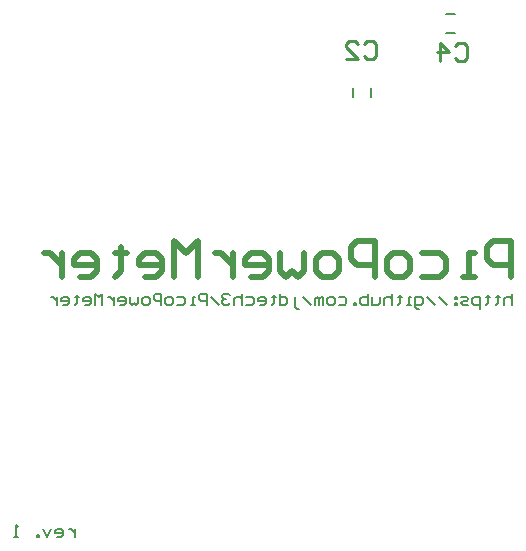
<source format=gbo>
G04*
G04 #@! TF.GenerationSoftware,Altium Limited,Altium Designer,23.1.1 (15)*
G04*
G04 Layer_Color=32896*
%FSLAX25Y25*%
%MOIN*%
G70*
G04*
G04 #@! TF.SameCoordinates,D35DB840-2654-421D-A1CD-60E11C52D8AA*
G04*
G04*
G04 #@! TF.FilePolarity,Positive*
G04*
G01*
G75*
%ADD10C,0.00787*%
%ADD14C,0.01000*%
%ADD34C,0.02000*%
%ADD48C,0.00602*%
D10*
X254134Y383858D02*
X256890D01*
X254134Y377559D02*
X256890D01*
X229134Y356496D02*
Y359252D01*
X222835Y356496D02*
Y359252D01*
X130213Y212411D02*
Y209787D01*
Y211099D01*
X129557Y211755D01*
X128901Y212411D01*
X128245D01*
X124309Y209787D02*
X125621D01*
X126277Y210443D01*
Y211755D01*
X125621Y212411D01*
X124309D01*
X123653Y211755D01*
Y211099D01*
X126277D01*
X122341Y212411D02*
X121029Y209787D01*
X119717Y212411D01*
X118405Y209787D02*
Y210443D01*
X117749D01*
Y209787D01*
X118405D01*
X111190D02*
X109878D01*
X110534D01*
Y213723D01*
X111190Y213067D01*
D14*
X256905Y373259D02*
X257905Y374259D01*
X259904D01*
X260904Y373259D01*
Y369261D01*
X259904Y368261D01*
X257905D01*
X256905Y369261D01*
X251907Y368261D02*
Y374259D01*
X254906Y371260D01*
X250907D01*
X226590Y374047D02*
X227590Y375046D01*
X229589D01*
X230589Y374047D01*
Y370048D01*
X229589Y369048D01*
X227590D01*
X226590Y370048D01*
X220592Y369048D02*
X224591D01*
X220592Y373047D01*
Y374047D01*
X221592Y375046D01*
X223591D01*
X224591Y374047D01*
D34*
X275500Y296500D02*
Y308307D01*
X269596D01*
X267629Y306339D01*
Y302404D01*
X269596Y300436D01*
X275500D01*
X263693Y296500D02*
X259757D01*
X261725D01*
Y304372D01*
X263693D01*
X245982D02*
X251886D01*
X253854Y302404D01*
Y298468D01*
X251886Y296500D01*
X245982D01*
X240078D02*
X236143D01*
X234175Y298468D01*
Y302404D01*
X236143Y304372D01*
X240078D01*
X242046Y302404D01*
Y298468D01*
X240078Y296500D01*
X230239D02*
Y308307D01*
X224336D01*
X222368Y306339D01*
Y302404D01*
X224336Y300436D01*
X230239D01*
X216464Y296500D02*
X212528D01*
X210560Y298468D01*
Y302404D01*
X212528Y304372D01*
X216464D01*
X218432Y302404D01*
Y298468D01*
X216464Y296500D01*
X206625Y304372D02*
Y298468D01*
X204657Y296500D01*
X202689Y298468D01*
X200721Y296500D01*
X198753Y298468D01*
Y304372D01*
X188914Y296500D02*
X192850D01*
X194817Y298468D01*
Y302404D01*
X192850Y304372D01*
X188914D01*
X186946Y302404D01*
Y300436D01*
X194817D01*
X183010Y304372D02*
Y296500D01*
Y300436D01*
X181042Y302404D01*
X179075Y304372D01*
X177107D01*
X171203Y296500D02*
Y308307D01*
X167267Y304372D01*
X163332Y308307D01*
Y296500D01*
X153492D02*
X157428D01*
X159396Y298468D01*
Y302404D01*
X157428Y304372D01*
X153492D01*
X151524Y302404D01*
Y300436D01*
X159396D01*
X145621Y306339D02*
Y304372D01*
X147589D01*
X143653D01*
X145621D01*
Y298468D01*
X143653Y296500D01*
X131846D02*
X135781D01*
X137749Y298468D01*
Y302404D01*
X135781Y304372D01*
X131846D01*
X129878Y302404D01*
Y300436D01*
X137749D01*
X125942Y304372D02*
Y296500D01*
Y300436D01*
X123974Y302404D01*
X122006Y304372D01*
X120038D01*
D48*
X275898Y290850D02*
Y286914D01*
Y288882D01*
X275242Y289538D01*
X273930D01*
X273274Y288882D01*
Y286914D01*
X271306Y290194D02*
Y289538D01*
X271962D01*
X270650D01*
X271306D01*
Y287570D01*
X270650Y286914D01*
X268026Y290194D02*
Y289538D01*
X268682D01*
X267370D01*
X268026D01*
Y287570D01*
X267370Y286914D01*
X265402Y285602D02*
Y289538D01*
X263435D01*
X262778Y288882D01*
Y287570D01*
X263435Y286914D01*
X265402D01*
X261467D02*
X259499D01*
X258843Y287570D01*
X259499Y288226D01*
X260811D01*
X261467Y288882D01*
X260811Y289538D01*
X258843D01*
X257531D02*
X256875D01*
Y288882D01*
X257531D01*
Y289538D01*
Y287570D02*
X256875D01*
Y286914D01*
X257531D01*
Y287570D01*
X254251Y286914D02*
X251627Y289538D01*
X250315Y286914D02*
X247691Y289538D01*
X245068Y285602D02*
X244412D01*
X243756Y286258D01*
Y289538D01*
X245724D01*
X246380Y288882D01*
Y287570D01*
X245724Y286914D01*
X243756D01*
X242444D02*
X241132D01*
X241788D01*
Y289538D01*
X242444D01*
X238508Y290194D02*
Y289538D01*
X239164D01*
X237852D01*
X238508D01*
Y287570D01*
X237852Y286914D01*
X235884Y290850D02*
Y286914D01*
Y288882D01*
X235228Y289538D01*
X233916D01*
X233260Y288882D01*
Y286914D01*
X231949Y289538D02*
Y287570D01*
X231293Y286914D01*
X229325D01*
Y289538D01*
X228013Y290850D02*
Y286914D01*
X226045D01*
X225389Y287570D01*
Y288226D01*
Y288882D01*
X226045Y289538D01*
X228013D01*
X224077Y286914D02*
Y287570D01*
X223421D01*
Y286914D01*
X224077D01*
X218174Y289538D02*
X220141D01*
X220797Y288882D01*
Y287570D01*
X220141Y286914D01*
X218174D01*
X216206D02*
X214894D01*
X214238Y287570D01*
Y288882D01*
X214894Y289538D01*
X216206D01*
X216862Y288882D01*
Y287570D01*
X216206Y286914D01*
X212926D02*
Y289538D01*
X212270D01*
X211614Y288882D01*
Y286914D01*
Y288882D01*
X210958Y289538D01*
X210302Y288882D01*
Y286914D01*
X208990D02*
X206366Y289538D01*
X205054Y285602D02*
X204398D01*
X203742Y286258D01*
Y289538D01*
X198495Y290850D02*
Y286914D01*
X200463D01*
X201119Y287570D01*
Y288882D01*
X200463Y289538D01*
X198495D01*
X196527Y290194D02*
Y289538D01*
X197183D01*
X195871D01*
X196527D01*
Y287570D01*
X195871Y286914D01*
X191935D02*
X193247D01*
X193903Y287570D01*
Y288882D01*
X193247Y289538D01*
X191935D01*
X191279Y288882D01*
Y288226D01*
X193903D01*
X187344Y289538D02*
X189311D01*
X189967Y288882D01*
Y287570D01*
X189311Y286914D01*
X187344D01*
X186032Y290850D02*
Y286914D01*
Y288882D01*
X185376Y289538D01*
X184064D01*
X183408Y288882D01*
Y286914D01*
X182096Y290194D02*
X181440Y290850D01*
X180128D01*
X179472Y290194D01*
Y289538D01*
X180128Y288882D01*
X180784D01*
X180128D01*
X179472Y288226D01*
Y287570D01*
X180128Y286914D01*
X181440D01*
X182096Y287570D01*
X178160Y286914D02*
X175536Y289538D01*
X174224Y286914D02*
Y290850D01*
X172257D01*
X171601Y290194D01*
Y288882D01*
X172257Y288226D01*
X174224D01*
X170289Y286914D02*
X168977D01*
X169633D01*
Y289538D01*
X170289D01*
X164385D02*
X166353D01*
X167009Y288882D01*
Y287570D01*
X166353Y286914D01*
X164385D01*
X162417D02*
X161105D01*
X160449Y287570D01*
Y288882D01*
X161105Y289538D01*
X162417D01*
X163073Y288882D01*
Y287570D01*
X162417Y286914D01*
X159137D02*
Y290850D01*
X157169D01*
X156514Y290194D01*
Y288882D01*
X157169Y288226D01*
X159137D01*
X154546Y286914D02*
X153234D01*
X152578Y287570D01*
Y288882D01*
X153234Y289538D01*
X154546D01*
X155202Y288882D01*
Y287570D01*
X154546Y286914D01*
X151266Y289538D02*
Y287570D01*
X150610Y286914D01*
X149954Y287570D01*
X149298Y286914D01*
X148642Y287570D01*
Y289538D01*
X145362Y286914D02*
X146674D01*
X147330Y287570D01*
Y288882D01*
X146674Y289538D01*
X145362D01*
X144706Y288882D01*
Y288226D01*
X147330D01*
X143394Y289538D02*
Y286914D01*
Y288226D01*
X142738Y288882D01*
X142083Y289538D01*
X141427D01*
X139459Y286914D02*
Y290850D01*
X138147Y289538D01*
X136835Y290850D01*
Y286914D01*
X133555D02*
X134867D01*
X135523Y287570D01*
Y288882D01*
X134867Y289538D01*
X133555D01*
X132899Y288882D01*
Y288226D01*
X135523D01*
X130931Y290194D02*
Y289538D01*
X131587D01*
X130275D01*
X130931D01*
Y287570D01*
X130275Y286914D01*
X126340D02*
X127652D01*
X128307Y287570D01*
Y288882D01*
X127652Y289538D01*
X126340D01*
X125684Y288882D01*
Y288226D01*
X128307D01*
X124372Y289538D02*
Y286914D01*
Y288226D01*
X123716Y288882D01*
X123060Y289538D01*
X122404D01*
M02*

</source>
